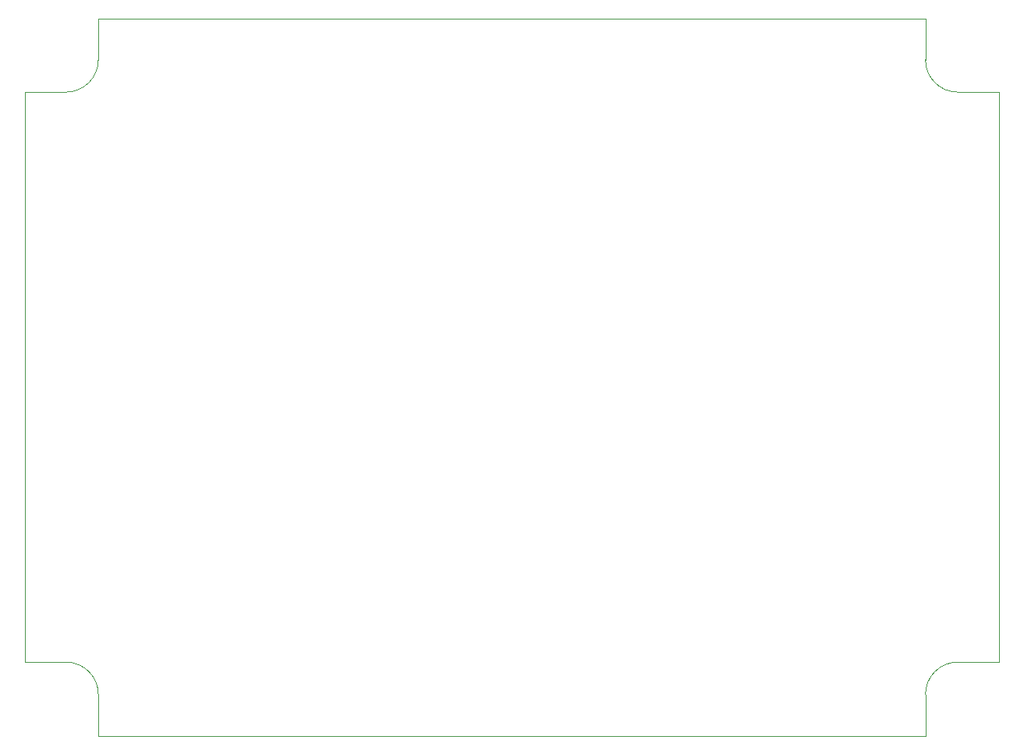
<source format=gm1>
%TF.GenerationSoftware,KiCad,Pcbnew,9.0.0*%
%TF.CreationDate,2025-10-31T12:42:59+01:00*%
%TF.ProjectId,popcorn_roaster,706f7063-6f72-46e5-9f72-6f6173746572,rev?*%
%TF.SameCoordinates,Original*%
%TF.FileFunction,Profile,NP*%
%FSLAX46Y46*%
G04 Gerber Fmt 4.6, Leading zero omitted, Abs format (unit mm)*
G04 Created by KiCad (PCBNEW 9.0.0) date 2025-10-31 12:42:59*
%MOMM*%
%LPD*%
G01*
G04 APERTURE LIST*
%TA.AperFunction,Profile*%
%ADD10C,0.050000*%
%TD*%
G04 APERTURE END LIST*
D10*
X97800000Y-73400000D02*
G75*
G02*
X101300000Y-69900000I3500000J0D01*
G01*
X8000000Y-4500000D02*
G75*
G02*
X4500000Y-8000000I-3500000J0D01*
G01*
X105800000Y-8000000D02*
X105800000Y-69900000D01*
X105800000Y-69900000D02*
X101300000Y-69900000D01*
X8000000Y-4500000D02*
X8000000Y0D01*
X4500000Y-69900000D02*
G75*
G02*
X8000000Y-73400000I0J-3500000D01*
G01*
X0Y-8000000D02*
X0Y-69900000D01*
X101300000Y-8000000D02*
G75*
G02*
X97800000Y-4500000I0J3500000D01*
G01*
X0Y-8000000D02*
X4500000Y-8000000D01*
X8000000Y-77900000D02*
X8000000Y-73400000D01*
X97800000Y-73400000D02*
X97800000Y-77900000D01*
X101300000Y-8000000D02*
X105800000Y-8000000D01*
X8000000Y-77900000D02*
X97800000Y-77900000D01*
X4500000Y-69900000D02*
X0Y-69900000D01*
X8000000Y0D02*
X97800000Y0D01*
X97800000Y0D02*
X97800000Y-4500000D01*
M02*

</source>
